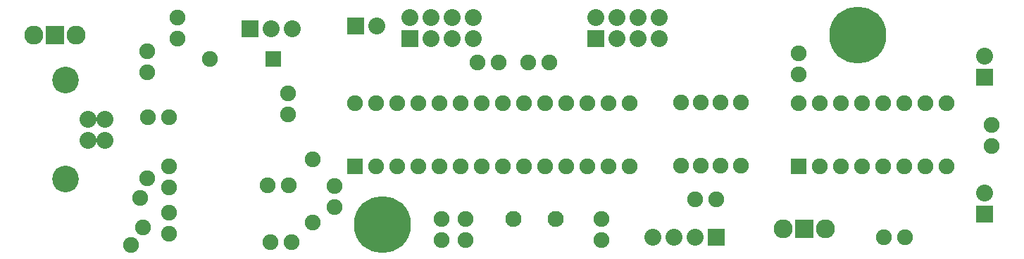
<source format=gbs>
G04 (created by PCBNEW-RS274X (2012-01-19 BZR 3256)-stable) date 12/31/2013 12:52:30 PM*
G01*
G70*
G90*
%MOIN*%
G04 Gerber Fmt 3.4, Leading zero omitted, Abs format*
%FSLAX34Y34*%
G04 APERTURE LIST*
%ADD10C,0.006000*%
%ADD11C,0.075000*%
%ADD12R,0.080000X0.080000*%
%ADD13C,0.080000*%
%ADD14C,0.076000*%
%ADD15R,0.075000X0.075000*%
%ADD16C,0.090000*%
%ADD17R,0.090000X0.090000*%
%ADD18C,0.126300*%
%ADD19C,0.270000*%
G04 APERTURE END LIST*
G54D10*
G54D11*
X70000Y-39710D03*
X70000Y-42710D03*
X50690Y-42400D03*
X50690Y-45400D03*
X69070Y-39710D03*
X69070Y-42710D03*
X68140Y-39710D03*
X68140Y-42710D03*
X70950Y-39710D03*
X70950Y-42710D03*
G54D12*
X47720Y-36200D03*
G54D13*
X48720Y-36200D03*
X49720Y-36200D03*
G54D12*
X82500Y-38500D03*
G54D13*
X82500Y-37500D03*
G54D12*
X82500Y-45000D03*
G54D13*
X82500Y-44000D03*
G54D12*
X52730Y-36080D03*
G54D13*
X53730Y-36080D03*
G54D14*
X62200Y-45250D03*
X60200Y-45250D03*
G54D11*
X53700Y-42750D03*
X54700Y-42750D03*
X55700Y-42750D03*
X56700Y-42750D03*
X57700Y-42750D03*
X58700Y-42750D03*
X59700Y-42750D03*
X60700Y-42750D03*
X61700Y-42750D03*
X62700Y-42750D03*
X63700Y-42750D03*
X64700Y-42750D03*
X65700Y-42750D03*
G54D15*
X52700Y-42750D03*
G54D11*
X65700Y-39750D03*
X64700Y-39750D03*
X63700Y-39750D03*
X62700Y-39750D03*
X61700Y-39750D03*
X60700Y-39750D03*
X59700Y-39750D03*
X58700Y-39750D03*
X57700Y-39750D03*
X56700Y-39750D03*
X55700Y-39750D03*
X54700Y-39750D03*
X53700Y-39750D03*
X52700Y-39750D03*
G54D15*
X73700Y-42750D03*
G54D11*
X74700Y-42750D03*
X75700Y-42750D03*
X76700Y-42750D03*
X77700Y-42750D03*
X78700Y-42750D03*
X79700Y-42750D03*
X80700Y-42750D03*
X80700Y-39750D03*
X79700Y-39750D03*
X78700Y-39750D03*
X77700Y-39750D03*
X76700Y-39750D03*
X75700Y-39750D03*
X74700Y-39750D03*
X73700Y-39750D03*
G54D15*
X48830Y-37660D03*
G54D11*
X45830Y-37660D03*
X49520Y-40280D03*
X49520Y-39280D03*
X43900Y-40420D03*
X42900Y-40420D03*
X43900Y-43760D03*
X43900Y-42760D03*
X59500Y-37800D03*
X58500Y-37800D03*
X56780Y-45260D03*
X56780Y-46260D03*
X60900Y-37800D03*
X61900Y-37800D03*
X57940Y-45250D03*
X57940Y-46250D03*
X64360Y-45250D03*
X64360Y-46250D03*
X42850Y-38290D03*
X42850Y-37290D03*
X44310Y-35690D03*
X44310Y-36690D03*
X73700Y-38370D03*
X73700Y-37370D03*
X48550Y-43660D03*
X49550Y-43660D03*
X49690Y-46340D03*
X48690Y-46340D03*
X43890Y-45950D03*
X43890Y-44950D03*
G54D16*
X37500Y-36500D03*
G54D17*
X38500Y-36500D03*
G54D16*
X39500Y-36500D03*
G54D11*
X42519Y-44250D03*
X42861Y-43310D03*
X42677Y-45660D03*
X42103Y-46480D03*
X82840Y-40790D03*
X82840Y-41790D03*
G54D12*
X55280Y-36680D03*
G54D13*
X55280Y-35680D03*
X56280Y-36680D03*
X56280Y-35680D03*
X57280Y-36680D03*
X57280Y-35680D03*
X58280Y-36680D03*
X58280Y-35680D03*
G54D12*
X64110Y-36680D03*
G54D13*
X64110Y-35680D03*
X65110Y-36680D03*
X65110Y-35680D03*
X66110Y-36680D03*
X66110Y-35680D03*
X67110Y-36680D03*
X67110Y-35680D03*
G54D12*
X69780Y-46120D03*
G54D13*
X68780Y-46120D03*
X67780Y-46120D03*
X66780Y-46120D03*
G54D16*
X74950Y-45700D03*
G54D17*
X73950Y-45700D03*
G54D16*
X72950Y-45700D03*
G54D11*
X77740Y-46110D03*
X78740Y-46110D03*
X69780Y-44320D03*
X68780Y-44320D03*
G54D13*
X40850Y-41500D03*
X40850Y-40500D03*
X40063Y-40500D03*
X40063Y-41500D03*
G54D18*
X39000Y-43362D03*
X39000Y-38638D03*
G54D19*
X54000Y-45500D03*
X76500Y-36500D03*
G54D11*
X51740Y-44690D03*
X51740Y-43690D03*
M02*

</source>
